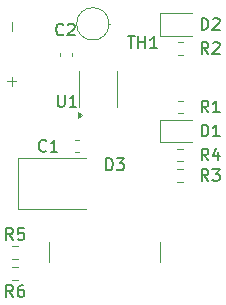
<source format=gbr>
%TF.GenerationSoftware,KiCad,Pcbnew,9.0.0*%
%TF.CreationDate,2025-11-29T18:06:43+01:00*%
%TF.ProjectId,Battery power module,42617474-6572-4792-9070-6f776572206d,rev?*%
%TF.SameCoordinates,Original*%
%TF.FileFunction,Legend,Top*%
%TF.FilePolarity,Positive*%
%FSLAX46Y46*%
G04 Gerber Fmt 4.6, Leading zero omitted, Abs format (unit mm)*
G04 Created by KiCad (PCBNEW 9.0.0) date 2025-11-29 18:06:43*
%MOMM*%
%LPD*%
G01*
G04 APERTURE LIST*
%ADD10C,0.100000*%
%ADD11C,0.150000*%
%ADD12C,0.120000*%
G04 APERTURE END LIST*
D10*
X121461884Y-101091466D02*
X122223789Y-101091466D01*
X121842836Y-101472419D02*
X121842836Y-100710514D01*
X121817866Y-96825715D02*
X121817866Y-96063811D01*
D11*
X125730095Y-102229819D02*
X125730095Y-103039342D01*
X125730095Y-103039342D02*
X125777714Y-103134580D01*
X125777714Y-103134580D02*
X125825333Y-103182200D01*
X125825333Y-103182200D02*
X125920571Y-103229819D01*
X125920571Y-103229819D02*
X126111047Y-103229819D01*
X126111047Y-103229819D02*
X126206285Y-103182200D01*
X126206285Y-103182200D02*
X126253904Y-103134580D01*
X126253904Y-103134580D02*
X126301523Y-103039342D01*
X126301523Y-103039342D02*
X126301523Y-102229819D01*
X127301523Y-103229819D02*
X126730095Y-103229819D01*
X127015809Y-103229819D02*
X127015809Y-102229819D01*
X127015809Y-102229819D02*
X126920571Y-102372676D01*
X126920571Y-102372676D02*
X126825333Y-102467914D01*
X126825333Y-102467914D02*
X126730095Y-102515533D01*
X137910605Y-105737819D02*
X137910605Y-104737819D01*
X137910605Y-104737819D02*
X138148700Y-104737819D01*
X138148700Y-104737819D02*
X138291557Y-104785438D01*
X138291557Y-104785438D02*
X138386795Y-104880676D01*
X138386795Y-104880676D02*
X138434414Y-104975914D01*
X138434414Y-104975914D02*
X138482033Y-105166390D01*
X138482033Y-105166390D02*
X138482033Y-105309247D01*
X138482033Y-105309247D02*
X138434414Y-105499723D01*
X138434414Y-105499723D02*
X138386795Y-105594961D01*
X138386795Y-105594961D02*
X138291557Y-105690200D01*
X138291557Y-105690200D02*
X138148700Y-105737819D01*
X138148700Y-105737819D02*
X137910605Y-105737819D01*
X139434414Y-105737819D02*
X138862986Y-105737819D01*
X139148700Y-105737819D02*
X139148700Y-104737819D01*
X139148700Y-104737819D02*
X139053462Y-104880676D01*
X139053462Y-104880676D02*
X138958224Y-104975914D01*
X138958224Y-104975914D02*
X138862986Y-105023533D01*
X131657886Y-97270219D02*
X132229314Y-97270219D01*
X131943600Y-98270219D02*
X131943600Y-97270219D01*
X132562648Y-98270219D02*
X132562648Y-97270219D01*
X132562648Y-97746409D02*
X133134076Y-97746409D01*
X133134076Y-98270219D02*
X133134076Y-97270219D01*
X134134076Y-98270219D02*
X133562648Y-98270219D01*
X133848362Y-98270219D02*
X133848362Y-97270219D01*
X133848362Y-97270219D02*
X133753124Y-97413076D01*
X133753124Y-97413076D02*
X133657886Y-97508314D01*
X133657886Y-97508314D02*
X133562648Y-97555933D01*
X121943333Y-119326819D02*
X121610000Y-118850628D01*
X121371905Y-119326819D02*
X121371905Y-118326819D01*
X121371905Y-118326819D02*
X121752857Y-118326819D01*
X121752857Y-118326819D02*
X121848095Y-118374438D01*
X121848095Y-118374438D02*
X121895714Y-118422057D01*
X121895714Y-118422057D02*
X121943333Y-118517295D01*
X121943333Y-118517295D02*
X121943333Y-118660152D01*
X121943333Y-118660152D02*
X121895714Y-118755390D01*
X121895714Y-118755390D02*
X121848095Y-118803009D01*
X121848095Y-118803009D02*
X121752857Y-118850628D01*
X121752857Y-118850628D02*
X121371905Y-118850628D01*
X122800476Y-118326819D02*
X122610000Y-118326819D01*
X122610000Y-118326819D02*
X122514762Y-118374438D01*
X122514762Y-118374438D02*
X122467143Y-118422057D01*
X122467143Y-118422057D02*
X122371905Y-118564914D01*
X122371905Y-118564914D02*
X122324286Y-118755390D01*
X122324286Y-118755390D02*
X122324286Y-119136342D01*
X122324286Y-119136342D02*
X122371905Y-119231580D01*
X122371905Y-119231580D02*
X122419524Y-119279200D01*
X122419524Y-119279200D02*
X122514762Y-119326819D01*
X122514762Y-119326819D02*
X122705238Y-119326819D01*
X122705238Y-119326819D02*
X122800476Y-119279200D01*
X122800476Y-119279200D02*
X122848095Y-119231580D01*
X122848095Y-119231580D02*
X122895714Y-119136342D01*
X122895714Y-119136342D02*
X122895714Y-118898247D01*
X122895714Y-118898247D02*
X122848095Y-118803009D01*
X122848095Y-118803009D02*
X122800476Y-118755390D01*
X122800476Y-118755390D02*
X122705238Y-118707771D01*
X122705238Y-118707771D02*
X122514762Y-118707771D01*
X122514762Y-118707771D02*
X122419524Y-118755390D01*
X122419524Y-118755390D02*
X122371905Y-118803009D01*
X122371905Y-118803009D02*
X122324286Y-118898247D01*
X121944333Y-114500819D02*
X121611000Y-114024628D01*
X121372905Y-114500819D02*
X121372905Y-113500819D01*
X121372905Y-113500819D02*
X121753857Y-113500819D01*
X121753857Y-113500819D02*
X121849095Y-113548438D01*
X121849095Y-113548438D02*
X121896714Y-113596057D01*
X121896714Y-113596057D02*
X121944333Y-113691295D01*
X121944333Y-113691295D02*
X121944333Y-113834152D01*
X121944333Y-113834152D02*
X121896714Y-113929390D01*
X121896714Y-113929390D02*
X121849095Y-113977009D01*
X121849095Y-113977009D02*
X121753857Y-114024628D01*
X121753857Y-114024628D02*
X121372905Y-114024628D01*
X122849095Y-113500819D02*
X122372905Y-113500819D01*
X122372905Y-113500819D02*
X122325286Y-113977009D01*
X122325286Y-113977009D02*
X122372905Y-113929390D01*
X122372905Y-113929390D02*
X122468143Y-113881771D01*
X122468143Y-113881771D02*
X122706238Y-113881771D01*
X122706238Y-113881771D02*
X122801476Y-113929390D01*
X122801476Y-113929390D02*
X122849095Y-113977009D01*
X122849095Y-113977009D02*
X122896714Y-114072247D01*
X122896714Y-114072247D02*
X122896714Y-114310342D01*
X122896714Y-114310342D02*
X122849095Y-114405580D01*
X122849095Y-114405580D02*
X122801476Y-114453200D01*
X122801476Y-114453200D02*
X122706238Y-114500819D01*
X122706238Y-114500819D02*
X122468143Y-114500819D01*
X122468143Y-114500819D02*
X122372905Y-114453200D01*
X122372905Y-114453200D02*
X122325286Y-114405580D01*
X137910605Y-96720819D02*
X137910605Y-95720819D01*
X137910605Y-95720819D02*
X138148700Y-95720819D01*
X138148700Y-95720819D02*
X138291557Y-95768438D01*
X138291557Y-95768438D02*
X138386795Y-95863676D01*
X138386795Y-95863676D02*
X138434414Y-95958914D01*
X138434414Y-95958914D02*
X138482033Y-96149390D01*
X138482033Y-96149390D02*
X138482033Y-96292247D01*
X138482033Y-96292247D02*
X138434414Y-96482723D01*
X138434414Y-96482723D02*
X138386795Y-96577961D01*
X138386795Y-96577961D02*
X138291557Y-96673200D01*
X138291557Y-96673200D02*
X138148700Y-96720819D01*
X138148700Y-96720819D02*
X137910605Y-96720819D01*
X138862986Y-95816057D02*
X138910605Y-95768438D01*
X138910605Y-95768438D02*
X139005843Y-95720819D01*
X139005843Y-95720819D02*
X139243938Y-95720819D01*
X139243938Y-95720819D02*
X139339176Y-95768438D01*
X139339176Y-95768438D02*
X139386795Y-95816057D01*
X139386795Y-95816057D02*
X139434414Y-95911295D01*
X139434414Y-95911295D02*
X139434414Y-96006533D01*
X139434414Y-96006533D02*
X139386795Y-96149390D01*
X139386795Y-96149390D02*
X138815367Y-96720819D01*
X138815367Y-96720819D02*
X139434414Y-96720819D01*
X126198333Y-97089380D02*
X126150714Y-97137000D01*
X126150714Y-97137000D02*
X126007857Y-97184619D01*
X126007857Y-97184619D02*
X125912619Y-97184619D01*
X125912619Y-97184619D02*
X125769762Y-97137000D01*
X125769762Y-97137000D02*
X125674524Y-97041761D01*
X125674524Y-97041761D02*
X125626905Y-96946523D01*
X125626905Y-96946523D02*
X125579286Y-96756047D01*
X125579286Y-96756047D02*
X125579286Y-96613190D01*
X125579286Y-96613190D02*
X125626905Y-96422714D01*
X125626905Y-96422714D02*
X125674524Y-96327476D01*
X125674524Y-96327476D02*
X125769762Y-96232238D01*
X125769762Y-96232238D02*
X125912619Y-96184619D01*
X125912619Y-96184619D02*
X126007857Y-96184619D01*
X126007857Y-96184619D02*
X126150714Y-96232238D01*
X126150714Y-96232238D02*
X126198333Y-96279857D01*
X126579286Y-96279857D02*
X126626905Y-96232238D01*
X126626905Y-96232238D02*
X126722143Y-96184619D01*
X126722143Y-96184619D02*
X126960238Y-96184619D01*
X126960238Y-96184619D02*
X127055476Y-96232238D01*
X127055476Y-96232238D02*
X127103095Y-96279857D01*
X127103095Y-96279857D02*
X127150714Y-96375095D01*
X127150714Y-96375095D02*
X127150714Y-96470333D01*
X127150714Y-96470333D02*
X127103095Y-96613190D01*
X127103095Y-96613190D02*
X126531667Y-97184619D01*
X126531667Y-97184619D02*
X127150714Y-97184619D01*
X129817905Y-108608019D02*
X129817905Y-107608019D01*
X129817905Y-107608019D02*
X130056000Y-107608019D01*
X130056000Y-107608019D02*
X130198857Y-107655638D01*
X130198857Y-107655638D02*
X130294095Y-107750876D01*
X130294095Y-107750876D02*
X130341714Y-107846114D01*
X130341714Y-107846114D02*
X130389333Y-108036590D01*
X130389333Y-108036590D02*
X130389333Y-108179447D01*
X130389333Y-108179447D02*
X130341714Y-108369923D01*
X130341714Y-108369923D02*
X130294095Y-108465161D01*
X130294095Y-108465161D02*
X130198857Y-108560400D01*
X130198857Y-108560400D02*
X130056000Y-108608019D01*
X130056000Y-108608019D02*
X129817905Y-108608019D01*
X130722667Y-107608019D02*
X131341714Y-107608019D01*
X131341714Y-107608019D02*
X131008381Y-107988971D01*
X131008381Y-107988971D02*
X131151238Y-107988971D01*
X131151238Y-107988971D02*
X131246476Y-108036590D01*
X131246476Y-108036590D02*
X131294095Y-108084209D01*
X131294095Y-108084209D02*
X131341714Y-108179447D01*
X131341714Y-108179447D02*
X131341714Y-108417542D01*
X131341714Y-108417542D02*
X131294095Y-108512780D01*
X131294095Y-108512780D02*
X131246476Y-108560400D01*
X131246476Y-108560400D02*
X131151238Y-108608019D01*
X131151238Y-108608019D02*
X130865524Y-108608019D01*
X130865524Y-108608019D02*
X130770286Y-108560400D01*
X130770286Y-108560400D02*
X130722667Y-108512780D01*
X124750533Y-106944580D02*
X124702914Y-106992200D01*
X124702914Y-106992200D02*
X124560057Y-107039819D01*
X124560057Y-107039819D02*
X124464819Y-107039819D01*
X124464819Y-107039819D02*
X124321962Y-106992200D01*
X124321962Y-106992200D02*
X124226724Y-106896961D01*
X124226724Y-106896961D02*
X124179105Y-106801723D01*
X124179105Y-106801723D02*
X124131486Y-106611247D01*
X124131486Y-106611247D02*
X124131486Y-106468390D01*
X124131486Y-106468390D02*
X124179105Y-106277914D01*
X124179105Y-106277914D02*
X124226724Y-106182676D01*
X124226724Y-106182676D02*
X124321962Y-106087438D01*
X124321962Y-106087438D02*
X124464819Y-106039819D01*
X124464819Y-106039819D02*
X124560057Y-106039819D01*
X124560057Y-106039819D02*
X124702914Y-106087438D01*
X124702914Y-106087438D02*
X124750533Y-106135057D01*
X125702914Y-107039819D02*
X125131486Y-107039819D01*
X125417200Y-107039819D02*
X125417200Y-106039819D01*
X125417200Y-106039819D02*
X125321962Y-106182676D01*
X125321962Y-106182676D02*
X125226724Y-106277914D01*
X125226724Y-106277914D02*
X125131486Y-106325533D01*
X138482033Y-107769819D02*
X138148700Y-107293628D01*
X137910605Y-107769819D02*
X137910605Y-106769819D01*
X137910605Y-106769819D02*
X138291557Y-106769819D01*
X138291557Y-106769819D02*
X138386795Y-106817438D01*
X138386795Y-106817438D02*
X138434414Y-106865057D01*
X138434414Y-106865057D02*
X138482033Y-106960295D01*
X138482033Y-106960295D02*
X138482033Y-107103152D01*
X138482033Y-107103152D02*
X138434414Y-107198390D01*
X138434414Y-107198390D02*
X138386795Y-107246009D01*
X138386795Y-107246009D02*
X138291557Y-107293628D01*
X138291557Y-107293628D02*
X137910605Y-107293628D01*
X139339176Y-107103152D02*
X139339176Y-107769819D01*
X139101081Y-106722200D02*
X138862986Y-107436485D01*
X138862986Y-107436485D02*
X139482033Y-107436485D01*
X138482033Y-103705819D02*
X138148700Y-103229628D01*
X137910605Y-103705819D02*
X137910605Y-102705819D01*
X137910605Y-102705819D02*
X138291557Y-102705819D01*
X138291557Y-102705819D02*
X138386795Y-102753438D01*
X138386795Y-102753438D02*
X138434414Y-102801057D01*
X138434414Y-102801057D02*
X138482033Y-102896295D01*
X138482033Y-102896295D02*
X138482033Y-103039152D01*
X138482033Y-103039152D02*
X138434414Y-103134390D01*
X138434414Y-103134390D02*
X138386795Y-103182009D01*
X138386795Y-103182009D02*
X138291557Y-103229628D01*
X138291557Y-103229628D02*
X137910605Y-103229628D01*
X139434414Y-103705819D02*
X138862986Y-103705819D01*
X139148700Y-103705819D02*
X139148700Y-102705819D01*
X139148700Y-102705819D02*
X139053462Y-102848676D01*
X139053462Y-102848676D02*
X138958224Y-102943914D01*
X138958224Y-102943914D02*
X138862986Y-102991533D01*
X138482033Y-98752819D02*
X138148700Y-98276628D01*
X137910605Y-98752819D02*
X137910605Y-97752819D01*
X137910605Y-97752819D02*
X138291557Y-97752819D01*
X138291557Y-97752819D02*
X138386795Y-97800438D01*
X138386795Y-97800438D02*
X138434414Y-97848057D01*
X138434414Y-97848057D02*
X138482033Y-97943295D01*
X138482033Y-97943295D02*
X138482033Y-98086152D01*
X138482033Y-98086152D02*
X138434414Y-98181390D01*
X138434414Y-98181390D02*
X138386795Y-98229009D01*
X138386795Y-98229009D02*
X138291557Y-98276628D01*
X138291557Y-98276628D02*
X137910605Y-98276628D01*
X138862986Y-97848057D02*
X138910605Y-97800438D01*
X138910605Y-97800438D02*
X139005843Y-97752819D01*
X139005843Y-97752819D02*
X139243938Y-97752819D01*
X139243938Y-97752819D02*
X139339176Y-97800438D01*
X139339176Y-97800438D02*
X139386795Y-97848057D01*
X139386795Y-97848057D02*
X139434414Y-97943295D01*
X139434414Y-97943295D02*
X139434414Y-98038533D01*
X139434414Y-98038533D02*
X139386795Y-98181390D01*
X139386795Y-98181390D02*
X138815367Y-98752819D01*
X138815367Y-98752819D02*
X139434414Y-98752819D01*
X138482033Y-109522419D02*
X138148700Y-109046228D01*
X137910605Y-109522419D02*
X137910605Y-108522419D01*
X137910605Y-108522419D02*
X138291557Y-108522419D01*
X138291557Y-108522419D02*
X138386795Y-108570038D01*
X138386795Y-108570038D02*
X138434414Y-108617657D01*
X138434414Y-108617657D02*
X138482033Y-108712895D01*
X138482033Y-108712895D02*
X138482033Y-108855752D01*
X138482033Y-108855752D02*
X138434414Y-108950990D01*
X138434414Y-108950990D02*
X138386795Y-108998609D01*
X138386795Y-108998609D02*
X138291557Y-109046228D01*
X138291557Y-109046228D02*
X137910605Y-109046228D01*
X138815367Y-108522419D02*
X139434414Y-108522419D01*
X139434414Y-108522419D02*
X139101081Y-108903371D01*
X139101081Y-108903371D02*
X139243938Y-108903371D01*
X139243938Y-108903371D02*
X139339176Y-108950990D01*
X139339176Y-108950990D02*
X139386795Y-108998609D01*
X139386795Y-108998609D02*
X139434414Y-109093847D01*
X139434414Y-109093847D02*
X139434414Y-109331942D01*
X139434414Y-109331942D02*
X139386795Y-109427180D01*
X139386795Y-109427180D02*
X139339176Y-109474800D01*
X139339176Y-109474800D02*
X139243938Y-109522419D01*
X139243938Y-109522419D02*
X138958224Y-109522419D01*
X138958224Y-109522419D02*
X138862986Y-109474800D01*
X138862986Y-109474800D02*
X138815367Y-109427180D01*
D12*
%TO.C,U1*%
X127544000Y-101736000D02*
X127544000Y-100236000D01*
X127544000Y-101736000D02*
X127544000Y-103236000D01*
X130764000Y-101736000D02*
X130764000Y-100236000D01*
X130764000Y-101736000D02*
X130764000Y-103236000D01*
X127744000Y-103923500D02*
X127414000Y-104163500D01*
X127414000Y-103683500D01*
X127744000Y-103923500D01*
G36*
X127744000Y-103923500D02*
G01*
X127414000Y-104163500D01*
X127414000Y-103683500D01*
X127744000Y-103923500D01*
G37*
%TO.C,D1*%
X134423700Y-104323000D02*
X134423700Y-106243000D01*
X134423700Y-106243000D02*
X137108700Y-106243000D01*
X137108700Y-104323000D02*
X134423700Y-104323000D01*
%TO.C,TH1*%
X130068200Y-96215200D02*
X130138200Y-96215200D01*
X130068200Y-96215200D02*
G75*
G02*
X127328200Y-96215200I-1370000J0D01*
G01*
X127328200Y-96215200D02*
G75*
G02*
X130068200Y-96215200I1370000J0D01*
G01*
%TO.C,R6*%
X122347258Y-116825500D02*
X121872742Y-116825500D01*
X122347258Y-117870500D02*
X121872742Y-117870500D01*
%TO.C,J1*%
X125010000Y-116357800D02*
X125010000Y-114657800D01*
X134350000Y-116357800D02*
X134350000Y-114657800D01*
%TO.C,R5*%
X122348258Y-115047500D02*
X121873742Y-115047500D01*
X122348258Y-116092500D02*
X121873742Y-116092500D01*
%TO.C,D2*%
X134423700Y-95306000D02*
X134423700Y-97226000D01*
X134423700Y-97226000D02*
X137108700Y-97226000D01*
X137108700Y-95306000D02*
X134423700Y-95306000D01*
%TO.C,C2*%
X125880400Y-98953180D02*
X125880400Y-98672020D01*
X126900400Y-98953180D02*
X126900400Y-98672020D01*
%TO.C,D3*%
X122324000Y-107578000D02*
X122324000Y-111878000D01*
X122324000Y-107578000D02*
X128134000Y-107578000D01*
X122324000Y-111878000D02*
X128134000Y-111878000D01*
%TO.C,C1*%
X127508580Y-106024200D02*
X127227420Y-106024200D01*
X127508580Y-107044200D02*
X127227420Y-107044200D01*
%TO.C,R4*%
X136330458Y-106792500D02*
X135855942Y-106792500D01*
X136330458Y-107837500D02*
X135855942Y-107837500D01*
%TO.C,R1*%
X136345958Y-102728500D02*
X135871442Y-102728500D01*
X136345958Y-103773500D02*
X135871442Y-103773500D01*
%TO.C,R2*%
X136345958Y-97775500D02*
X135871442Y-97775500D01*
X136345958Y-98820500D02*
X135871442Y-98820500D01*
%TO.C,R3*%
X136330458Y-108545100D02*
X135855942Y-108545100D01*
X136330458Y-109590100D02*
X135855942Y-109590100D01*
%TD*%
M02*

</source>
